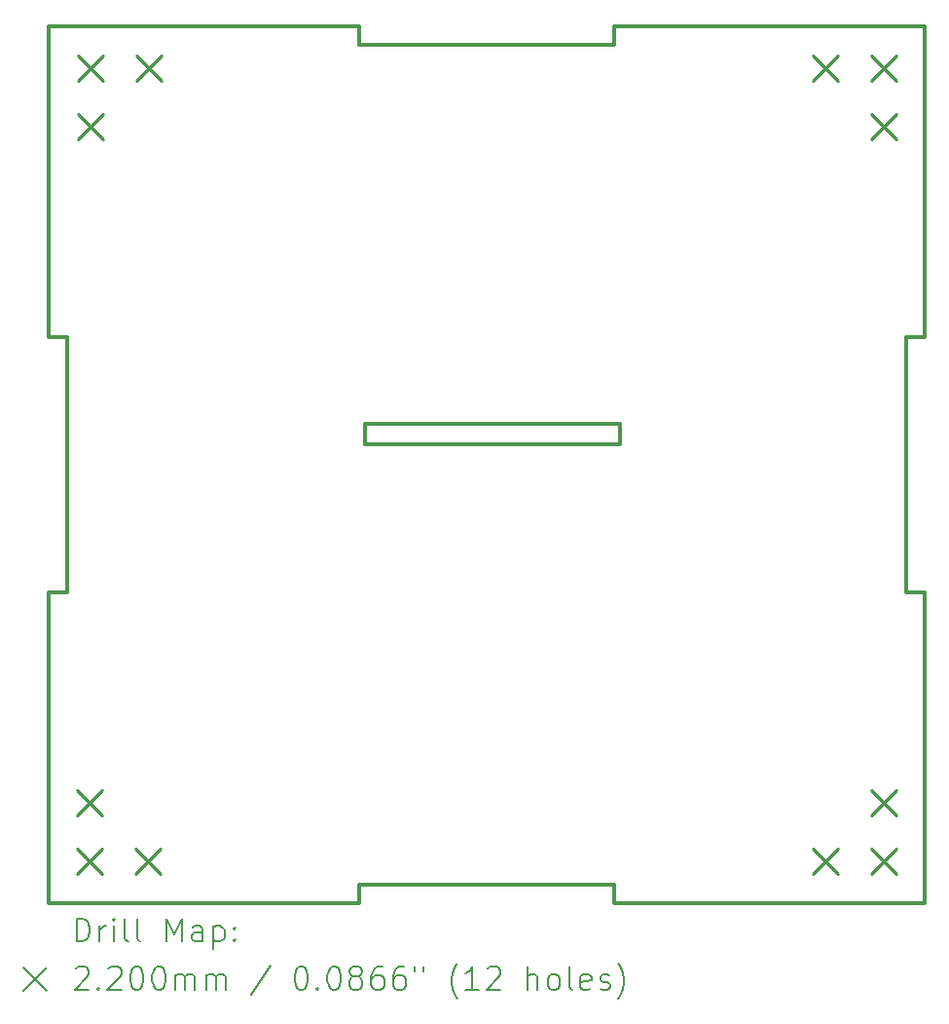
<source format=gbr>
%TF.GenerationSoftware,KiCad,Pcbnew,7.0.5-0*%
%TF.CreationDate,2024-04-21T20:24:37-04:00*%
%TF.ProjectId,swr_meter_bottom,7377725f-6d65-4746-9572-5f626f74746f,rev?*%
%TF.SameCoordinates,Original*%
%TF.FileFunction,Drillmap*%
%TF.FilePolarity,Positive*%
%FSLAX45Y45*%
G04 Gerber Fmt 4.5, Leading zero omitted, Abs format (unit mm)*
G04 Created by KiCad (PCBNEW 7.0.5-0) date 2024-04-21 20:24:37*
%MOMM*%
%LPD*%
G01*
G04 APERTURE LIST*
%ADD10C,0.349999*%
%ADD11C,0.350000*%
%ADD12C,0.200000*%
%ADD13C,0.220000*%
G04 APERTURE END LIST*
D10*
X17620001Y-9999995D02*
X17620001Y-7300000D01*
X14920000Y-2540000D02*
X12700000Y-2540000D01*
X17620920Y-2379995D02*
X14920900Y-2379995D01*
X12700000Y-9840000D02*
X14920000Y-9840000D01*
X10160000Y-7300000D02*
X10000000Y-7300000D01*
X14970000Y-5830000D02*
X14970000Y-6010000D01*
X12700000Y-2379997D02*
X10000000Y-2379995D01*
X10000000Y-10000000D02*
X12700000Y-10000000D01*
X10000000Y-5080000D02*
X10160000Y-5080000D01*
X12700000Y-10000000D02*
X12700000Y-9840000D01*
D11*
X17460000Y-5080000D02*
X17460000Y-7300000D01*
D10*
X17620000Y-7300000D02*
X17460000Y-7300000D01*
X10000000Y-2379995D02*
X10000000Y-5080000D01*
X12700000Y-2540000D02*
X12700000Y-2380000D01*
X14920000Y-9840000D02*
X14920000Y-10000000D01*
X10160000Y-5080000D02*
X10160000Y-7300000D01*
X17620001Y-5080000D02*
X17620001Y-2379995D01*
X14920000Y-2380000D02*
X14920000Y-2540000D01*
X12751740Y-6010000D02*
X12751740Y-5830000D01*
X10000000Y-7300000D02*
X10000000Y-10000000D01*
D11*
X12751740Y-5830000D02*
X14970000Y-5830000D01*
D10*
X14920000Y-10000000D02*
X17620000Y-10000000D01*
D11*
X17460000Y-5080000D02*
X17620001Y-5080000D01*
D10*
X14970000Y-6010000D02*
X12751740Y-6010000D01*
D12*
D13*
X10248000Y-9018500D02*
X10468000Y-9238500D01*
X10468000Y-9018500D02*
X10248000Y-9238500D01*
X10248000Y-9526500D02*
X10468000Y-9746500D01*
X10468000Y-9526500D02*
X10248000Y-9746500D01*
X10256000Y-2633000D02*
X10476000Y-2853000D01*
X10476000Y-2633000D02*
X10256000Y-2853000D01*
X10256000Y-3141000D02*
X10476000Y-3361000D01*
X10476000Y-3141000D02*
X10256000Y-3361000D01*
X10756000Y-9526500D02*
X10976000Y-9746500D01*
X10976000Y-9526500D02*
X10756000Y-9746500D01*
X10764000Y-2633000D02*
X10984000Y-2853000D01*
X10984000Y-2633000D02*
X10764000Y-2853000D01*
X16643000Y-9527000D02*
X16863000Y-9747000D01*
X16863000Y-9527000D02*
X16643000Y-9747000D01*
X16643500Y-2633500D02*
X16863500Y-2853500D01*
X16863500Y-2633500D02*
X16643500Y-2853500D01*
X17151000Y-9019000D02*
X17371000Y-9239000D01*
X17371000Y-9019000D02*
X17151000Y-9239000D01*
X17151000Y-9527000D02*
X17371000Y-9747000D01*
X17371000Y-9527000D02*
X17151000Y-9747000D01*
X17151500Y-2633500D02*
X17371500Y-2853500D01*
X17371500Y-2633500D02*
X17151500Y-2853500D01*
X17151500Y-3141500D02*
X17371500Y-3361500D01*
X17371500Y-3141500D02*
X17151500Y-3361500D01*
D12*
X10243277Y-10328984D02*
X10243277Y-10128984D01*
X10243277Y-10128984D02*
X10290896Y-10128984D01*
X10290896Y-10128984D02*
X10319467Y-10138508D01*
X10319467Y-10138508D02*
X10338515Y-10157555D01*
X10338515Y-10157555D02*
X10348039Y-10176603D01*
X10348039Y-10176603D02*
X10357563Y-10214698D01*
X10357563Y-10214698D02*
X10357563Y-10243269D01*
X10357563Y-10243269D02*
X10348039Y-10281365D01*
X10348039Y-10281365D02*
X10338515Y-10300412D01*
X10338515Y-10300412D02*
X10319467Y-10319460D01*
X10319467Y-10319460D02*
X10290896Y-10328984D01*
X10290896Y-10328984D02*
X10243277Y-10328984D01*
X10443277Y-10328984D02*
X10443277Y-10195650D01*
X10443277Y-10233746D02*
X10452801Y-10214698D01*
X10452801Y-10214698D02*
X10462325Y-10205174D01*
X10462325Y-10205174D02*
X10481372Y-10195650D01*
X10481372Y-10195650D02*
X10500420Y-10195650D01*
X10567086Y-10328984D02*
X10567086Y-10195650D01*
X10567086Y-10128984D02*
X10557563Y-10138508D01*
X10557563Y-10138508D02*
X10567086Y-10148031D01*
X10567086Y-10148031D02*
X10576610Y-10138508D01*
X10576610Y-10138508D02*
X10567086Y-10128984D01*
X10567086Y-10128984D02*
X10567086Y-10148031D01*
X10690896Y-10328984D02*
X10671848Y-10319460D01*
X10671848Y-10319460D02*
X10662325Y-10300412D01*
X10662325Y-10300412D02*
X10662325Y-10128984D01*
X10795658Y-10328984D02*
X10776610Y-10319460D01*
X10776610Y-10319460D02*
X10767086Y-10300412D01*
X10767086Y-10300412D02*
X10767086Y-10128984D01*
X11024229Y-10328984D02*
X11024229Y-10128984D01*
X11024229Y-10128984D02*
X11090896Y-10271841D01*
X11090896Y-10271841D02*
X11157563Y-10128984D01*
X11157563Y-10128984D02*
X11157563Y-10328984D01*
X11338515Y-10328984D02*
X11338515Y-10224222D01*
X11338515Y-10224222D02*
X11328991Y-10205174D01*
X11328991Y-10205174D02*
X11309944Y-10195650D01*
X11309944Y-10195650D02*
X11271848Y-10195650D01*
X11271848Y-10195650D02*
X11252801Y-10205174D01*
X11338515Y-10319460D02*
X11319467Y-10328984D01*
X11319467Y-10328984D02*
X11271848Y-10328984D01*
X11271848Y-10328984D02*
X11252801Y-10319460D01*
X11252801Y-10319460D02*
X11243277Y-10300412D01*
X11243277Y-10300412D02*
X11243277Y-10281365D01*
X11243277Y-10281365D02*
X11252801Y-10262317D01*
X11252801Y-10262317D02*
X11271848Y-10252793D01*
X11271848Y-10252793D02*
X11319467Y-10252793D01*
X11319467Y-10252793D02*
X11338515Y-10243269D01*
X11433753Y-10195650D02*
X11433753Y-10395650D01*
X11433753Y-10205174D02*
X11452801Y-10195650D01*
X11452801Y-10195650D02*
X11490896Y-10195650D01*
X11490896Y-10195650D02*
X11509944Y-10205174D01*
X11509944Y-10205174D02*
X11519467Y-10214698D01*
X11519467Y-10214698D02*
X11528991Y-10233746D01*
X11528991Y-10233746D02*
X11528991Y-10290888D01*
X11528991Y-10290888D02*
X11519467Y-10309936D01*
X11519467Y-10309936D02*
X11509944Y-10319460D01*
X11509944Y-10319460D02*
X11490896Y-10328984D01*
X11490896Y-10328984D02*
X11452801Y-10328984D01*
X11452801Y-10328984D02*
X11433753Y-10319460D01*
X11614705Y-10309936D02*
X11624229Y-10319460D01*
X11624229Y-10319460D02*
X11614705Y-10328984D01*
X11614705Y-10328984D02*
X11605182Y-10319460D01*
X11605182Y-10319460D02*
X11614705Y-10309936D01*
X11614705Y-10309936D02*
X11614705Y-10328984D01*
X11614705Y-10205174D02*
X11624229Y-10214698D01*
X11624229Y-10214698D02*
X11614705Y-10224222D01*
X11614705Y-10224222D02*
X11605182Y-10214698D01*
X11605182Y-10214698D02*
X11614705Y-10205174D01*
X11614705Y-10205174D02*
X11614705Y-10224222D01*
X9782500Y-10557500D02*
X9982500Y-10757500D01*
X9982500Y-10557500D02*
X9782500Y-10757500D01*
X10233753Y-10568031D02*
X10243277Y-10558508D01*
X10243277Y-10558508D02*
X10262325Y-10548984D01*
X10262325Y-10548984D02*
X10309944Y-10548984D01*
X10309944Y-10548984D02*
X10328991Y-10558508D01*
X10328991Y-10558508D02*
X10338515Y-10568031D01*
X10338515Y-10568031D02*
X10348039Y-10587079D01*
X10348039Y-10587079D02*
X10348039Y-10606127D01*
X10348039Y-10606127D02*
X10338515Y-10634698D01*
X10338515Y-10634698D02*
X10224229Y-10748984D01*
X10224229Y-10748984D02*
X10348039Y-10748984D01*
X10433753Y-10729936D02*
X10443277Y-10739460D01*
X10443277Y-10739460D02*
X10433753Y-10748984D01*
X10433753Y-10748984D02*
X10424229Y-10739460D01*
X10424229Y-10739460D02*
X10433753Y-10729936D01*
X10433753Y-10729936D02*
X10433753Y-10748984D01*
X10519467Y-10568031D02*
X10528991Y-10558508D01*
X10528991Y-10558508D02*
X10548039Y-10548984D01*
X10548039Y-10548984D02*
X10595658Y-10548984D01*
X10595658Y-10548984D02*
X10614706Y-10558508D01*
X10614706Y-10558508D02*
X10624229Y-10568031D01*
X10624229Y-10568031D02*
X10633753Y-10587079D01*
X10633753Y-10587079D02*
X10633753Y-10606127D01*
X10633753Y-10606127D02*
X10624229Y-10634698D01*
X10624229Y-10634698D02*
X10509944Y-10748984D01*
X10509944Y-10748984D02*
X10633753Y-10748984D01*
X10757563Y-10548984D02*
X10776610Y-10548984D01*
X10776610Y-10548984D02*
X10795658Y-10558508D01*
X10795658Y-10558508D02*
X10805182Y-10568031D01*
X10805182Y-10568031D02*
X10814706Y-10587079D01*
X10814706Y-10587079D02*
X10824229Y-10625174D01*
X10824229Y-10625174D02*
X10824229Y-10672793D01*
X10824229Y-10672793D02*
X10814706Y-10710888D01*
X10814706Y-10710888D02*
X10805182Y-10729936D01*
X10805182Y-10729936D02*
X10795658Y-10739460D01*
X10795658Y-10739460D02*
X10776610Y-10748984D01*
X10776610Y-10748984D02*
X10757563Y-10748984D01*
X10757563Y-10748984D02*
X10738515Y-10739460D01*
X10738515Y-10739460D02*
X10728991Y-10729936D01*
X10728991Y-10729936D02*
X10719467Y-10710888D01*
X10719467Y-10710888D02*
X10709944Y-10672793D01*
X10709944Y-10672793D02*
X10709944Y-10625174D01*
X10709944Y-10625174D02*
X10719467Y-10587079D01*
X10719467Y-10587079D02*
X10728991Y-10568031D01*
X10728991Y-10568031D02*
X10738515Y-10558508D01*
X10738515Y-10558508D02*
X10757563Y-10548984D01*
X10948039Y-10548984D02*
X10967087Y-10548984D01*
X10967087Y-10548984D02*
X10986134Y-10558508D01*
X10986134Y-10558508D02*
X10995658Y-10568031D01*
X10995658Y-10568031D02*
X11005182Y-10587079D01*
X11005182Y-10587079D02*
X11014706Y-10625174D01*
X11014706Y-10625174D02*
X11014706Y-10672793D01*
X11014706Y-10672793D02*
X11005182Y-10710888D01*
X11005182Y-10710888D02*
X10995658Y-10729936D01*
X10995658Y-10729936D02*
X10986134Y-10739460D01*
X10986134Y-10739460D02*
X10967087Y-10748984D01*
X10967087Y-10748984D02*
X10948039Y-10748984D01*
X10948039Y-10748984D02*
X10928991Y-10739460D01*
X10928991Y-10739460D02*
X10919467Y-10729936D01*
X10919467Y-10729936D02*
X10909944Y-10710888D01*
X10909944Y-10710888D02*
X10900420Y-10672793D01*
X10900420Y-10672793D02*
X10900420Y-10625174D01*
X10900420Y-10625174D02*
X10909944Y-10587079D01*
X10909944Y-10587079D02*
X10919467Y-10568031D01*
X10919467Y-10568031D02*
X10928991Y-10558508D01*
X10928991Y-10558508D02*
X10948039Y-10548984D01*
X11100420Y-10748984D02*
X11100420Y-10615650D01*
X11100420Y-10634698D02*
X11109944Y-10625174D01*
X11109944Y-10625174D02*
X11128991Y-10615650D01*
X11128991Y-10615650D02*
X11157563Y-10615650D01*
X11157563Y-10615650D02*
X11176610Y-10625174D01*
X11176610Y-10625174D02*
X11186134Y-10644222D01*
X11186134Y-10644222D02*
X11186134Y-10748984D01*
X11186134Y-10644222D02*
X11195658Y-10625174D01*
X11195658Y-10625174D02*
X11214705Y-10615650D01*
X11214705Y-10615650D02*
X11243277Y-10615650D01*
X11243277Y-10615650D02*
X11262325Y-10625174D01*
X11262325Y-10625174D02*
X11271848Y-10644222D01*
X11271848Y-10644222D02*
X11271848Y-10748984D01*
X11367086Y-10748984D02*
X11367086Y-10615650D01*
X11367086Y-10634698D02*
X11376610Y-10625174D01*
X11376610Y-10625174D02*
X11395658Y-10615650D01*
X11395658Y-10615650D02*
X11424229Y-10615650D01*
X11424229Y-10615650D02*
X11443277Y-10625174D01*
X11443277Y-10625174D02*
X11452801Y-10644222D01*
X11452801Y-10644222D02*
X11452801Y-10748984D01*
X11452801Y-10644222D02*
X11462325Y-10625174D01*
X11462325Y-10625174D02*
X11481372Y-10615650D01*
X11481372Y-10615650D02*
X11509944Y-10615650D01*
X11509944Y-10615650D02*
X11528991Y-10625174D01*
X11528991Y-10625174D02*
X11538515Y-10644222D01*
X11538515Y-10644222D02*
X11538515Y-10748984D01*
X11928991Y-10539460D02*
X11757563Y-10796603D01*
X12186134Y-10548984D02*
X12205182Y-10548984D01*
X12205182Y-10548984D02*
X12224229Y-10558508D01*
X12224229Y-10558508D02*
X12233753Y-10568031D01*
X12233753Y-10568031D02*
X12243277Y-10587079D01*
X12243277Y-10587079D02*
X12252801Y-10625174D01*
X12252801Y-10625174D02*
X12252801Y-10672793D01*
X12252801Y-10672793D02*
X12243277Y-10710888D01*
X12243277Y-10710888D02*
X12233753Y-10729936D01*
X12233753Y-10729936D02*
X12224229Y-10739460D01*
X12224229Y-10739460D02*
X12205182Y-10748984D01*
X12205182Y-10748984D02*
X12186134Y-10748984D01*
X12186134Y-10748984D02*
X12167087Y-10739460D01*
X12167087Y-10739460D02*
X12157563Y-10729936D01*
X12157563Y-10729936D02*
X12148039Y-10710888D01*
X12148039Y-10710888D02*
X12138515Y-10672793D01*
X12138515Y-10672793D02*
X12138515Y-10625174D01*
X12138515Y-10625174D02*
X12148039Y-10587079D01*
X12148039Y-10587079D02*
X12157563Y-10568031D01*
X12157563Y-10568031D02*
X12167087Y-10558508D01*
X12167087Y-10558508D02*
X12186134Y-10548984D01*
X12338515Y-10729936D02*
X12348039Y-10739460D01*
X12348039Y-10739460D02*
X12338515Y-10748984D01*
X12338515Y-10748984D02*
X12328991Y-10739460D01*
X12328991Y-10739460D02*
X12338515Y-10729936D01*
X12338515Y-10729936D02*
X12338515Y-10748984D01*
X12471848Y-10548984D02*
X12490896Y-10548984D01*
X12490896Y-10548984D02*
X12509944Y-10558508D01*
X12509944Y-10558508D02*
X12519468Y-10568031D01*
X12519468Y-10568031D02*
X12528991Y-10587079D01*
X12528991Y-10587079D02*
X12538515Y-10625174D01*
X12538515Y-10625174D02*
X12538515Y-10672793D01*
X12538515Y-10672793D02*
X12528991Y-10710888D01*
X12528991Y-10710888D02*
X12519468Y-10729936D01*
X12519468Y-10729936D02*
X12509944Y-10739460D01*
X12509944Y-10739460D02*
X12490896Y-10748984D01*
X12490896Y-10748984D02*
X12471848Y-10748984D01*
X12471848Y-10748984D02*
X12452801Y-10739460D01*
X12452801Y-10739460D02*
X12443277Y-10729936D01*
X12443277Y-10729936D02*
X12433753Y-10710888D01*
X12433753Y-10710888D02*
X12424229Y-10672793D01*
X12424229Y-10672793D02*
X12424229Y-10625174D01*
X12424229Y-10625174D02*
X12433753Y-10587079D01*
X12433753Y-10587079D02*
X12443277Y-10568031D01*
X12443277Y-10568031D02*
X12452801Y-10558508D01*
X12452801Y-10558508D02*
X12471848Y-10548984D01*
X12652801Y-10634698D02*
X12633753Y-10625174D01*
X12633753Y-10625174D02*
X12624229Y-10615650D01*
X12624229Y-10615650D02*
X12614706Y-10596603D01*
X12614706Y-10596603D02*
X12614706Y-10587079D01*
X12614706Y-10587079D02*
X12624229Y-10568031D01*
X12624229Y-10568031D02*
X12633753Y-10558508D01*
X12633753Y-10558508D02*
X12652801Y-10548984D01*
X12652801Y-10548984D02*
X12690896Y-10548984D01*
X12690896Y-10548984D02*
X12709944Y-10558508D01*
X12709944Y-10558508D02*
X12719468Y-10568031D01*
X12719468Y-10568031D02*
X12728991Y-10587079D01*
X12728991Y-10587079D02*
X12728991Y-10596603D01*
X12728991Y-10596603D02*
X12719468Y-10615650D01*
X12719468Y-10615650D02*
X12709944Y-10625174D01*
X12709944Y-10625174D02*
X12690896Y-10634698D01*
X12690896Y-10634698D02*
X12652801Y-10634698D01*
X12652801Y-10634698D02*
X12633753Y-10644222D01*
X12633753Y-10644222D02*
X12624229Y-10653746D01*
X12624229Y-10653746D02*
X12614706Y-10672793D01*
X12614706Y-10672793D02*
X12614706Y-10710888D01*
X12614706Y-10710888D02*
X12624229Y-10729936D01*
X12624229Y-10729936D02*
X12633753Y-10739460D01*
X12633753Y-10739460D02*
X12652801Y-10748984D01*
X12652801Y-10748984D02*
X12690896Y-10748984D01*
X12690896Y-10748984D02*
X12709944Y-10739460D01*
X12709944Y-10739460D02*
X12719468Y-10729936D01*
X12719468Y-10729936D02*
X12728991Y-10710888D01*
X12728991Y-10710888D02*
X12728991Y-10672793D01*
X12728991Y-10672793D02*
X12719468Y-10653746D01*
X12719468Y-10653746D02*
X12709944Y-10644222D01*
X12709944Y-10644222D02*
X12690896Y-10634698D01*
X12900420Y-10548984D02*
X12862325Y-10548984D01*
X12862325Y-10548984D02*
X12843277Y-10558508D01*
X12843277Y-10558508D02*
X12833753Y-10568031D01*
X12833753Y-10568031D02*
X12814706Y-10596603D01*
X12814706Y-10596603D02*
X12805182Y-10634698D01*
X12805182Y-10634698D02*
X12805182Y-10710888D01*
X12805182Y-10710888D02*
X12814706Y-10729936D01*
X12814706Y-10729936D02*
X12824229Y-10739460D01*
X12824229Y-10739460D02*
X12843277Y-10748984D01*
X12843277Y-10748984D02*
X12881372Y-10748984D01*
X12881372Y-10748984D02*
X12900420Y-10739460D01*
X12900420Y-10739460D02*
X12909944Y-10729936D01*
X12909944Y-10729936D02*
X12919468Y-10710888D01*
X12919468Y-10710888D02*
X12919468Y-10663269D01*
X12919468Y-10663269D02*
X12909944Y-10644222D01*
X12909944Y-10644222D02*
X12900420Y-10634698D01*
X12900420Y-10634698D02*
X12881372Y-10625174D01*
X12881372Y-10625174D02*
X12843277Y-10625174D01*
X12843277Y-10625174D02*
X12824229Y-10634698D01*
X12824229Y-10634698D02*
X12814706Y-10644222D01*
X12814706Y-10644222D02*
X12805182Y-10663269D01*
X13090896Y-10548984D02*
X13052801Y-10548984D01*
X13052801Y-10548984D02*
X13033753Y-10558508D01*
X13033753Y-10558508D02*
X13024229Y-10568031D01*
X13024229Y-10568031D02*
X13005182Y-10596603D01*
X13005182Y-10596603D02*
X12995658Y-10634698D01*
X12995658Y-10634698D02*
X12995658Y-10710888D01*
X12995658Y-10710888D02*
X13005182Y-10729936D01*
X13005182Y-10729936D02*
X13014706Y-10739460D01*
X13014706Y-10739460D02*
X13033753Y-10748984D01*
X13033753Y-10748984D02*
X13071849Y-10748984D01*
X13071849Y-10748984D02*
X13090896Y-10739460D01*
X13090896Y-10739460D02*
X13100420Y-10729936D01*
X13100420Y-10729936D02*
X13109944Y-10710888D01*
X13109944Y-10710888D02*
X13109944Y-10663269D01*
X13109944Y-10663269D02*
X13100420Y-10644222D01*
X13100420Y-10644222D02*
X13090896Y-10634698D01*
X13090896Y-10634698D02*
X13071849Y-10625174D01*
X13071849Y-10625174D02*
X13033753Y-10625174D01*
X13033753Y-10625174D02*
X13014706Y-10634698D01*
X13014706Y-10634698D02*
X13005182Y-10644222D01*
X13005182Y-10644222D02*
X12995658Y-10663269D01*
X13186134Y-10548984D02*
X13186134Y-10587079D01*
X13262325Y-10548984D02*
X13262325Y-10587079D01*
X13557563Y-10825174D02*
X13548039Y-10815650D01*
X13548039Y-10815650D02*
X13528991Y-10787079D01*
X13528991Y-10787079D02*
X13519468Y-10768031D01*
X13519468Y-10768031D02*
X13509944Y-10739460D01*
X13509944Y-10739460D02*
X13500420Y-10691841D01*
X13500420Y-10691841D02*
X13500420Y-10653746D01*
X13500420Y-10653746D02*
X13509944Y-10606127D01*
X13509944Y-10606127D02*
X13519468Y-10577555D01*
X13519468Y-10577555D02*
X13528991Y-10558508D01*
X13528991Y-10558508D02*
X13548039Y-10529936D01*
X13548039Y-10529936D02*
X13557563Y-10520412D01*
X13738515Y-10748984D02*
X13624230Y-10748984D01*
X13681372Y-10748984D02*
X13681372Y-10548984D01*
X13681372Y-10548984D02*
X13662325Y-10577555D01*
X13662325Y-10577555D02*
X13643277Y-10596603D01*
X13643277Y-10596603D02*
X13624230Y-10606127D01*
X13814706Y-10568031D02*
X13824230Y-10558508D01*
X13824230Y-10558508D02*
X13843277Y-10548984D01*
X13843277Y-10548984D02*
X13890896Y-10548984D01*
X13890896Y-10548984D02*
X13909944Y-10558508D01*
X13909944Y-10558508D02*
X13919468Y-10568031D01*
X13919468Y-10568031D02*
X13928991Y-10587079D01*
X13928991Y-10587079D02*
X13928991Y-10606127D01*
X13928991Y-10606127D02*
X13919468Y-10634698D01*
X13919468Y-10634698D02*
X13805182Y-10748984D01*
X13805182Y-10748984D02*
X13928991Y-10748984D01*
X14167087Y-10748984D02*
X14167087Y-10548984D01*
X14252801Y-10748984D02*
X14252801Y-10644222D01*
X14252801Y-10644222D02*
X14243277Y-10625174D01*
X14243277Y-10625174D02*
X14224230Y-10615650D01*
X14224230Y-10615650D02*
X14195658Y-10615650D01*
X14195658Y-10615650D02*
X14176611Y-10625174D01*
X14176611Y-10625174D02*
X14167087Y-10634698D01*
X14376611Y-10748984D02*
X14357563Y-10739460D01*
X14357563Y-10739460D02*
X14348039Y-10729936D01*
X14348039Y-10729936D02*
X14338515Y-10710888D01*
X14338515Y-10710888D02*
X14338515Y-10653746D01*
X14338515Y-10653746D02*
X14348039Y-10634698D01*
X14348039Y-10634698D02*
X14357563Y-10625174D01*
X14357563Y-10625174D02*
X14376611Y-10615650D01*
X14376611Y-10615650D02*
X14405182Y-10615650D01*
X14405182Y-10615650D02*
X14424230Y-10625174D01*
X14424230Y-10625174D02*
X14433753Y-10634698D01*
X14433753Y-10634698D02*
X14443277Y-10653746D01*
X14443277Y-10653746D02*
X14443277Y-10710888D01*
X14443277Y-10710888D02*
X14433753Y-10729936D01*
X14433753Y-10729936D02*
X14424230Y-10739460D01*
X14424230Y-10739460D02*
X14405182Y-10748984D01*
X14405182Y-10748984D02*
X14376611Y-10748984D01*
X14557563Y-10748984D02*
X14538515Y-10739460D01*
X14538515Y-10739460D02*
X14528992Y-10720412D01*
X14528992Y-10720412D02*
X14528992Y-10548984D01*
X14709944Y-10739460D02*
X14690896Y-10748984D01*
X14690896Y-10748984D02*
X14652801Y-10748984D01*
X14652801Y-10748984D02*
X14633753Y-10739460D01*
X14633753Y-10739460D02*
X14624230Y-10720412D01*
X14624230Y-10720412D02*
X14624230Y-10644222D01*
X14624230Y-10644222D02*
X14633753Y-10625174D01*
X14633753Y-10625174D02*
X14652801Y-10615650D01*
X14652801Y-10615650D02*
X14690896Y-10615650D01*
X14690896Y-10615650D02*
X14709944Y-10625174D01*
X14709944Y-10625174D02*
X14719468Y-10644222D01*
X14719468Y-10644222D02*
X14719468Y-10663269D01*
X14719468Y-10663269D02*
X14624230Y-10682317D01*
X14795658Y-10739460D02*
X14814706Y-10748984D01*
X14814706Y-10748984D02*
X14852801Y-10748984D01*
X14852801Y-10748984D02*
X14871849Y-10739460D01*
X14871849Y-10739460D02*
X14881373Y-10720412D01*
X14881373Y-10720412D02*
X14881373Y-10710888D01*
X14881373Y-10710888D02*
X14871849Y-10691841D01*
X14871849Y-10691841D02*
X14852801Y-10682317D01*
X14852801Y-10682317D02*
X14824230Y-10682317D01*
X14824230Y-10682317D02*
X14805182Y-10672793D01*
X14805182Y-10672793D02*
X14795658Y-10653746D01*
X14795658Y-10653746D02*
X14795658Y-10644222D01*
X14795658Y-10644222D02*
X14805182Y-10625174D01*
X14805182Y-10625174D02*
X14824230Y-10615650D01*
X14824230Y-10615650D02*
X14852801Y-10615650D01*
X14852801Y-10615650D02*
X14871849Y-10625174D01*
X14948039Y-10825174D02*
X14957563Y-10815650D01*
X14957563Y-10815650D02*
X14976611Y-10787079D01*
X14976611Y-10787079D02*
X14986134Y-10768031D01*
X14986134Y-10768031D02*
X14995658Y-10739460D01*
X14995658Y-10739460D02*
X15005182Y-10691841D01*
X15005182Y-10691841D02*
X15005182Y-10653746D01*
X15005182Y-10653746D02*
X14995658Y-10606127D01*
X14995658Y-10606127D02*
X14986134Y-10577555D01*
X14986134Y-10577555D02*
X14976611Y-10558508D01*
X14976611Y-10558508D02*
X14957563Y-10529936D01*
X14957563Y-10529936D02*
X14948039Y-10520412D01*
M02*

</source>
